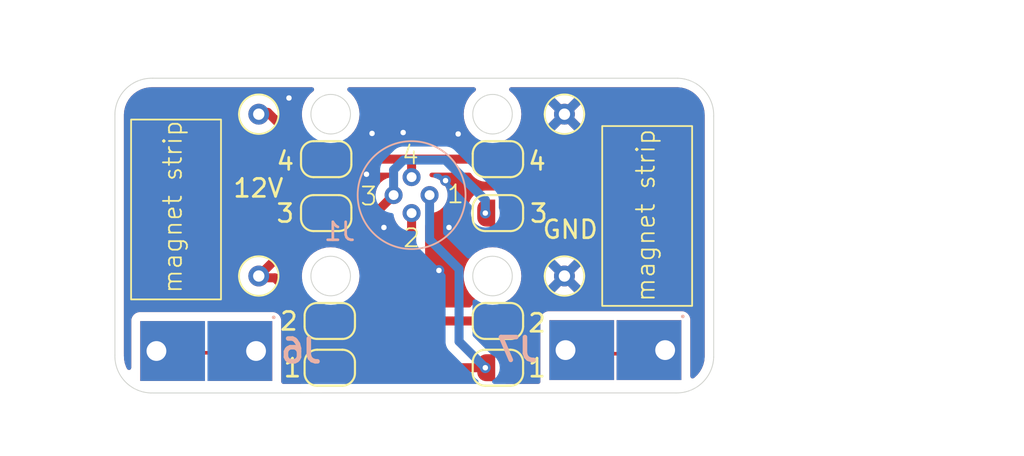
<source format=kicad_pcb>
(kicad_pcb (version 20240108) (generator "pcbnew") (generator_version "8.0")
  (layers (0 "F.Cu" signal) (31 "B.Cu" signal) (34 "B.Paste" user) (35 "F.Paste" user) (36 "B.SilkS" user "B.Silkscreen") (37 "F.SilkS" user "F.Silkscreen") (38 "B.Mask" user) (39 "F.Mask" user) (44 "Edge.Cuts" user))
  (net 0 "")
  (net 1 "Net-(J1-Pin_3)")
  (net 2 "Net-(J1-Pin_4)")
  (net 3 "Net-(J1-Pin_2)")
  (net 4 "Net-(J1-Pin_1)")
  (net 5 "GND")
  (net 6 "+12V")
  (net 7 "unconnected-(J6-Pin_1-Pad1)")
  (net 8 "unconnected-(J7-Pin_1-Pad1)")
  (footprint "Jumper:SolderJumper-2_P1.3mm_Open_RoundedPad1.0x1.5mm" (layer "F.Cu") (at 149.8 98.6)
    (property "Reference" "JP8" (hide yes))
    (property "Value" "SolderJumper_2_Open")
    (fp_line (start -1.4 0.3) (end -1.4 -0.3) (stroke (width 0.12)) (layer "F.SilkS"))
    (fp_line (start -0.7 -1) (end 0.7 -1) (stroke (width 0.12)) (layer "F.SilkS"))
    (fp_line (start 0.7 1) (end -0.7 1) (stroke (width 0.12)) (layer "F.SilkS"))
    (fp_line (start 1.4 -0.3) (end 1.4 0.3) (stroke (width 0.12)) (layer "F.SilkS"))
    (fp_arc (start -1.4 -0.3) (mid -1.194975 -0.794975) (end -0.7 -1) (stroke (width 0.12)) (layer "F.SilkS"))
    (fp_arc (start -0.7 1) (mid -1.194975 0.794975) (end -1.4 0.3) (stroke (width 0.12)) (layer "F.SilkS"))
    (fp_arc (start 0.7 -1) (mid 1.194975 -0.794975) (end 1.4 -0.3) (stroke (width 0.12)) (layer "F.SilkS"))
    (fp_arc (start 1.4 0.3) (mid 1.194975 0.794975) (end 0.7 1) (stroke (width 0.12)) (layer "F.SilkS"))
    (pad "1" smd custom (at -0.65 0) (size 1 0.5) (layers "F.Cu" "F.Mask") (net 4 "Net-(J1-Pin_1)") (options (clearance outline) (anchor rect)) (primitives (gr_circle (center 0 0.25) (end 0.5 0.25) (width 0) (fill yes)) (gr_circle (center 0 -0.25) (end 0.5 -0.25) (width 0) (fill yes)) (gr_poly (pts (xy 0.5 0.75) (xy 0 0.75) (xy 0 -0.75) (xy 0.5 -0.75)) (width 0) (fill yes))))
    (pad "2" smd custom (at 0.65 0) (size 1 0.5) (layers "F.Cu" "F.Mask") (net 5 "GND") (options (clearance outline) (anchor rect)) (primitives (gr_circle (center 0 0.25) (end 0.5 0.25) (width 0) (fill yes)) (gr_circle (center 0 -0.25) (end 0.5 -0.25) (width 0) (fill yes)) (gr_poly (pts (xy 0 0.75) (xy -0.5 0.75) (xy -0.5 -0.75) (xy 0 -0.75)) (width 0) (fill yes))))
  )
  (footprint "laserdiode:0906115207514110" (layer "F.Cu") (at 153.5 93.5)
    (property "Reference" "J3" (hide yes))
    (property "Value" "Conn_01x01" (hide yes))
    (fp_line (start -1.1 0) (end -1.1 0) (stroke (width 0.1)) (layer "F.SilkS"))
    (fp_line (start 1.1 0) (end 1.1 0) (stroke (width 0.1)) (layer "F.SilkS"))
    (fp_arc (start -1.1 0) (mid 0 -1.1) (end 1.1 0) (stroke (width 0.1)) (layer "F.SilkS"))
    (fp_arc (start 1.1 0) (mid 0 1.1) (end -1.1 0) (stroke (width 0.1)) (layer "F.SilkS"))
    (pad "1" thru_hole circle (at 0 0) (size 1.158 1.158) (drill 0.6318) (layers "*.Cu" "*.Mask") (net 5 "GND"))
  )
  (footprint "laserdiode:0906115207514110" (layer "F.Cu") (at 153.5 84.5)
    (property "Reference" "J2" (hide yes))
    (property "Value" "Conn_01x01" (hide yes))
    (fp_line (start -1.1 0) (end -1.1 0) (stroke (width 0.1)) (layer "F.SilkS"))
    (fp_line (start 1.1 0) (end 1.1 0) (stroke (width 0.1)) (layer "F.SilkS"))
    (fp_arc (start -1.1 0) (mid 0 -1.1) (end 1.1 0) (stroke (width 0.1)) (layer "F.SilkS"))
    (fp_arc (start 1.1 0) (mid 0 1.1) (end -1.1 0) (stroke (width 0.1)) (layer "F.SilkS"))
    (pad "1" thru_hole circle (at 0 0) (size 1.158 1.158) (drill 0.6318) (layers "*.Cu" "*.Mask") (net 5 "GND"))
  )
  (footprint "Jumper:SolderJumper-2_P1.3mm_Open_RoundedPad1.0x1.5mm" (layer "F.Cu") (at 140.45 98.6 180)
    (property "Reference" "JP7" (hide yes))
    (property "Value" "SolderJumper_2_Open")
    (fp_line (start 1.4 -0.3) (end 1.4 0.3) (stroke (width 0.12)) (layer "F.SilkS"))
    (fp_line (start 0.7 1) (end -0.7 1) (stroke (width 0.12)) (layer "F.SilkS"))
    (fp_line (start -0.7 -1) (end 0.7 -1) (stroke (width 0.12)) (layer "F.SilkS"))
    (fp_line (start -1.4 0.3) (end -1.4 -0.3) (stroke (width 0.12)) (layer "F.SilkS"))
    (fp_arc (start 1.4 0.3) (mid 1.194975 0.794975) (end 0.7 1) (stroke (width 0.12)) (layer "F.SilkS"))
    (fp_arc (start 0.7 -1) (mid 1.194975 -0.794975) (end 1.4 -0.3) (stroke (width 0.12)) (layer "F.SilkS"))
    (fp_arc (start -0.7 1) (mid -1.194975 0.794975) (end -1.4 0.3) (stroke (width 0.12)) (layer "F.SilkS"))
    (fp_arc (start -1.4 -0.3) (mid -1.194975 -0.794975) (end -0.7 -1) (stroke (width 0.12)) (layer "F.SilkS"))
    (pad "1" smd custom (at -0.65 0 180) (size 1 0.5) (layers "F.Cu" "F.Mask") (net 4 "Net-(J1-Pin_1)") (options (clearance outline) (anchor rect)) (primitives (gr_circle (center 0 0.25) (end 0.5 0.25) (width 0) (fill yes)) (gr_circle (center 0 -0.25) (end 0.5 -0.25) (width 0) (fill yes)) (gr_poly (pts (xy 0.5 0.75) (xy 0 0.75) (xy 0 -0.75) (xy 0.5 -0.75)) (width 0) (fill yes))))
    (pad "2" smd custom (at 0.65 0 180) (size 1 0.5) (layers "F.Cu" "F.Mask") (net 6 "+12V") (options (clearance outline) (anchor rect)) (primitives (gr_circle (center 0 0.25) (end 0.5 0.25) (width 0) (fill yes)) (gr_circle (center 0 -0.25) (end 0.5 -0.25) (width 0) (fill yes)) (gr_poly (pts (xy 0 0.75) (xy -0.5 0.75) (xy -0.5 -0.75) (xy 0 -0.75)) (width 0) (fill yes))))
  )
  (footprint "Jumper:SolderJumper-2_P1.3mm_Open_RoundedPad1.0x1.5mm" (layer "F.Cu") (at 140.25 90 180)
    (property "Reference" "JP3" (hide yes))
    (property "Value" "SolderJumper_2_Open")
    (fp_line (start 1.4 -0.3) (end 1.4 0.3) (stroke (width 0.12)) (layer "F.SilkS"))
    (fp_line (start 0.7 1) (end -0.7 1) (stroke (width 0.12)) (layer "F.SilkS"))
    (fp_line (start -0.7 -1) (end 0.7 -1) (stroke (width 0.12)) (layer "F.SilkS"))
    (fp_line (start -1.4 0.3) (end -1.4 -0.3) (stroke (width 0.12)) (layer "F.SilkS"))
    (fp_arc (start 1.4 0.3) (mid 1.194975 0.794975) (end 0.7 1) (stroke (width 0.12)) (layer "F.SilkS"))
    (fp_arc (start 0.7 -1) (mid 1.194975 -0.794975) (end 1.4 -0.3) (stroke (width 0.12)) (layer "F.SilkS"))
    (fp_arc (start -0.7 1) (mid -1.194975 0.794975) (end -1.4 0.3) (stroke (width 0.12)) (layer "F.SilkS"))
    (fp_arc (start -1.4 -0.3) (mid -1.194975 -0.794975) (end -0.7 -1) (stroke (width 0.12)) (layer "F.SilkS"))
    (pad "1" smd custom (at -0.65 0 180) (size 1 0.5) (layers "F.Cu" "F.Mask") (net 1 "Net-(J1-Pin_3)") (options (clearance outline) (anchor rect)) (primitives (gr_circle (center 0 0.25) (end 0.5 0.25) (width 0) (fill yes)) (gr_circle (center 0 -0.25) (end 0.5 -0.25) (width 0) (fill yes)) (gr_poly (pts (xy 0.5 0.75) (xy 0 0.75) (xy 0 -0.75) (xy 0.5 -0.75)) (width 0) (fill yes))))
    (pad "2" smd custom (at 0.65 0 180) (size 1 0.5) (layers "F.Cu" "F.Mask") (net 6 "+12V") (options (clearance outline) (anchor rect)) (primitives (gr_circle (center 0 0.25) (end 0.5 0.25) (width 0) (fill yes)) (gr_circle (center 0 -0.25) (end 0.5 -0.25) (width 0) (fill yes)) (gr_poly (pts (xy 0 0.75) (xy -0.5 0.75) (xy -0.5 -0.75) (xy 0 -0.75)) (width 0) (fill yes))))
  )
  (footprint "Jumper:SolderJumper-2_P1.3mm_Open_RoundedPad1.0x1.5mm" (layer "F.Cu") (at 149.8 96)
    (property "Reference" "JP6" (hide yes))
    (property "Value" "SolderJumper_2_Open")
    (fp_line (start -1.4 0.3) (end -1.4 -0.3) (stroke (width 0.12)) (layer "F.SilkS"))
    (fp_line (start -0.7 -1) (end 0.7 -1) (stroke (width 0.12)) (layer "F.SilkS"))
    (fp_line (start 0.7 1) (end -0.7 1) (stroke (width 0.12)) (layer "F.SilkS"))
    (fp_line (start 1.4 -0.3) (end 1.4 0.3) (stroke (width 0.12)) (layer "F.SilkS"))
    (fp_arc (start -1.4 -0.3) (mid -1.194975 -0.794975) (end -0.7 -1) (stroke (width 0.12)) (layer "F.SilkS"))
    (fp_arc (start -0.7 1) (mid -1.194975 0.794975) (end -1.4 0.3) (stroke (width 0.12)) (layer "F.SilkS"))
    (fp_arc (start 0.7 -1) (mid 1.194975 -0.794975) (end 1.4 -0.3) (stroke (width 0.12)) (layer "F.SilkS"))
    (fp_arc (start 1.4 0.3) (mid 1.194975 0.794975) (end 0.7 1) (stroke (width 0.12)) (layer "F.SilkS"))
    (pad "1" smd custom (at -0.65 0) (size 1 0.5) (layers "F.Cu" "F.Mask") (net 3 "Net-(J1-Pin_2)") (options (clearance outline) (anchor rect)) (primitives (gr_circle (center 0 0.25) (end 0.5 0.25) (width 0) (fill yes)) (gr_circle (center 0 -0.25) (end 0.5 -0.25) (width 0) (fill yes)) (gr_poly (pts (xy 0.5 0.75) (xy 0 0.75) (xy 0 -0.75) (xy 0.5 -0.75)) (width 0) (fill yes))))
    (pad "2" smd custom (at 0.65 0) (size 1 0.5) (layers "F.Cu" "F.Mask") (net 5 "GND") (options (clearance outline) (anchor rect)) (primitives (gr_circle (center 0 0.25) (end 0.5 0.25) (width 0) (fill yes)) (gr_circle (center 0 -0.25) (end 0.5 -0.25) (width 0) (fill yes)) (gr_poly (pts (xy 0 0.75) (xy -0.5 0.75) (xy -0.5 -0.75) (xy 0 -0.75)) (width 0) (fill yes))))
  )
  (footprint "Jumper:SolderJumper-2_P1.3mm_Open_RoundedPad1.0x1.5mm" (layer "F.Cu") (at 149.8 90)
    (property "Reference" "JP4" (hide yes))
    (property "Value" "SolderJumper_2_Open")
    (fp_line (start -1.4 0.3) (end -1.4 -0.3) (stroke (width 0.12)) (layer "F.SilkS"))
    (fp_line (start -0.7 -1) (end 0.7 -1) (stroke (width 0.12)) (layer "F.SilkS"))
    (fp_line (start 0.7 1) (end -0.7 1) (stroke (width 0.12)) (layer "F.SilkS"))
    (fp_line (start 1.4 -0.3) (end 1.4 0.3) (stroke (width 0.12)) (layer "F.SilkS"))
    (fp_arc (start -1.4 -0.3) (mid -1.194975 -0.794975) (end -0.7 -1) (stroke (width 0.12)) (layer "F.SilkS"))
    (fp_arc (start -0.7 1) (mid -1.194975 0.794975) (end -1.4 0.3) (stroke (width 0.12)) (layer "F.SilkS"))
    (fp_arc (start 0.7 -1) (mid 1.194975 -0.794975) (end 1.4 -0.3) (stroke (width 0.12)) (layer "F.SilkS"))
    (fp_arc (start 1.4 0.3) (mid 1.194975 0.794975) (end 0.7 1) (stroke (width 0.12)) (layer "F.SilkS"))
    (pad "1" smd custom (at -0.65 0) (size 1 0.5) (layers "F.Cu" "F.Mask") (net 1 "Net-(J1-Pin_3)") (options (clearance outline) (anchor rect)) (primitives (gr_circle (center 0 0.25) (end 0.5 0.25) (width 0) (fill yes)) (gr_circle (center 0 -0.25) (end 0.5 -0.25) (width 0) (fill yes)) (gr_poly (pts (xy 0.5 0.75) (xy 0 0.75) (xy 0 -0.75) (xy 0.5 -0.75)) (width 0) (fill yes))))
    (pad "2" smd custom (at 0.65 0) (size 1 0.5) (layers "F.Cu" "F.Mask") (net 5 "GND") (options (clearance outline) (anchor rect)) (primitives (gr_circle (center 0 0.25) (end 0.5 0.25) (width 0) (fill yes)) (gr_circle (center 0 -0.25) (end 0.5 -0.25) (width 0) (fill yes)) (gr_poly (pts (xy 0 0.75) (xy -0.5 0.75) (xy -0.5 -0.75) (xy 0 -0.75)) (width 0) (fill yes))))
  )
  (footprint "Jumper:SolderJumper-2_P1.3mm_Open_RoundedPad1.0x1.5mm" (layer "F.Cu") (at 149.8 87)
    (property "Reference" "JP2" (hide yes))
    (property "Value" "SolderJumper_2_Open")
    (fp_line (start -1.4 0.3) (end -1.4 -0.3) (stroke (width 0.12)) (layer "F.SilkS"))
    (fp_line (start -0.7 -1) (end 0.7 -1) (stroke (width 0.12)) (layer "F.SilkS"))
    (fp_line (start 0.7 1) (end -0.7 1) (stroke (width 0.12)) (layer "F.SilkS"))
    (fp_line (start 1.4 -0.3) (end 1.4 0.3) (stroke (width 0.12)) (layer "F.SilkS"))
    (fp_arc (start -1.4 -0.3) (mid -1.194975 -0.794975) (end -0.7 -1) (stroke (width 0.12)) (layer "F.SilkS"))
    (fp_arc (start -0.7 1) (mid -1.194975 0.794975) (end -1.4 0.3) (stroke (width 0.12)) (layer "F.SilkS"))
    (fp_arc (start 0.7 -1) (mid 1.194975 -0.794975) (end 1.4 -0.3) (stroke (width 0.12)) (layer "F.SilkS"))
    (fp_arc (start 1.4 0.3) (mid 1.194975 0.794975) (end 0.7 1) (stroke (width 0.12)) (layer "F.SilkS"))
    (pad "1" smd custom (at -0.65 0) (size 1 0.5) (layers "F.Cu" "F.Mask") (net 2 "Net-(J1-Pin_4)") (options (clearance outline) (anchor rect)) (primitives (gr_circle (center 0 0.25) (end 0.5 0.25) (width 0) (fill yes)) (gr_circle (center 0 -0.25) (end 0.5 -0.25) (width 0) (fill yes)) (gr_poly (pts (xy 0.5 0.75) (xy 0 0.75) (xy 0 -0.75) (xy 0.5 -0.75)) (width 0) (fill yes))))
    (pad "2" smd custom (at 0.65 0) (size 1 0.5) (layers "F.Cu" "F.Mask") (net 5 "GND") (options (clearance outline) (anchor rect)) (primitives (gr_circle (center 0 0.25) (end 0.5 0.25) (width 0) (fill yes)) (gr_circle (center 0 -0.25) (end 0.5 -0.25) (width 0) (fill yes)) (gr_poly (pts (xy 0 0.75) (xy -0.5 0.75) (xy -0.5 -0.75) (xy 0 -0.75)) (width 0) (fill yes))))
  )
  (footprint "laserdiode:0906115207514110" (layer "F.Cu") (at 136.5 84.5)
    (property "Reference" "J4" (hide yes))
    (property "Value" "Conn_01x01" (hide yes))
    (fp_line (start -1.1 0) (end -1.1 0) (stroke (width 0.1)) (layer "F.SilkS"))
    (fp_line (start 1.1 0) (end 1.1 0) (stroke (width 0.1)) (layer "F.SilkS"))
    (fp_arc (start -1.1 0) (mid 0 -1.1) (end 1.1 0) (stroke (width 0.1)) (layer "F.SilkS"))
    (fp_arc (start 1.1 0) (mid 0 1.1) (end -1.1 0) (stroke (width 0.1)) (layer "F.SilkS"))
    (pad "1" thru_hole circle (at 0 0) (size 1.158 1.158) (drill 0.6318) (layers "*.Cu" "*.Mask") (net 6 "+12V"))
  )
  (footprint "laserdiode:0906115207514110" (layer "F.Cu") (at 136.5 93.5)
    (property "Reference" "J5" (hide yes))
    (property "Value" "Conn_01x01" (hide yes))
    (fp_line (start -1.1 0) (end -1.1 0) (stroke (width 0.1)) (layer "F.SilkS"))
    (fp_line (start 1.1 0) (end 1.1 0) (stroke (width 0.1)) (layer "F.SilkS"))
    (fp_arc (start -1.1 0) (mid 0 -1.1) (end 1.1 0) (stroke (width 0.1)) (layer "F.SilkS"))
    (fp_arc (start 1.1 0) (mid 0 1.1) (end -1.1 0) (stroke (width 0.1)) (layer "F.SilkS"))
    (pad "1" thru_hole circle (at 0 0) (size 1.158 1.158) (drill 0.6318) (layers "*.Cu" "*.Mask") (net 6 "+12V"))
  )
  (footprint "Jumper:SolderJumper-2_P1.3mm_Open_RoundedPad1.0x1.5mm" (layer "F.Cu") (at 140.25 87 180)
    (property "Reference" "JP1" (hide yes))
    (property "Value" "SolderJumper_2_Open")
    (fp_line (start 1.4 -0.3) (end 1.4 0.3) (stroke (width 0.12)) (layer "F.SilkS"))
    (fp_line (start 0.7 1) (end -0.7 1) (stroke (width 0.12)) (layer "F.SilkS"))
    (fp_line (start -0.7 -1) (end 0.7 -1) (stroke (width 0.12)) (layer "F.SilkS"))
    (fp_line (start -1.4 0.3) (end -1.4 -0.3) (stroke (width 0.12)) (layer "F.SilkS"))
    (fp_arc (start 1.4 0.3) (mid 1.194975 0.794975) (end 0.7 1) (stroke (width 0.12)) (layer "F.SilkS"))
    (fp_arc (start 0.7 -1) (mid 1.194975 -0.794975) (end 1.4 -0.3) (stroke (width 0.12)) (layer "F.SilkS"))
    (fp_arc (start -0.7 1) (mid -1.194975 0.794975) (end -1.4 0.3) (stroke (width 0.12)) (layer "F.SilkS"))
    (fp_arc (start -1.4 -0.3) (mid -1.194975 -0.794975) (end -0.7 -1) (stroke (width 0.12)) (layer "F.SilkS"))
    (pad "1" smd custom (at -0.65 0 180) (size 1 0.5) (layers "F.Cu" "F.Mask") (net 2 "Net-(J1-Pin_4)") (options (clearance outline) (anchor rect)) (primitives (gr_circle (center 0 0.25) (end 0.5 0.25) (width 0) (fill yes)) (gr_circle (center 0 -0.25) (end 0.5 -0.25) (width 0) (fill yes)) (gr_poly (pts (xy 0.5 0.75) (xy 0 0.75) (xy 0 -0.75) (xy 0.5 -0.75)) (width 0) (fill yes))))
    (pad "2" smd custom (at 0.65 0 180) (size 1 0.5) (layers "F.Cu" "F.Mask") (net 6 "+12V") (options (clearance outline) (anchor rect)) (primitives (gr_circle (center 0 0.25) (end 0.5 0.25) (width 0) (fill yes)) (gr_circle (center 0 -0.25) (end 0.5 -0.25) (width 0) (fill yes)) (gr_poly (pts (xy 0 0.75) (xy -0.5 0.75) (xy -0.5 -0.75) (xy 0 -0.75)) (width 0) (fill yes))))
  )
  (footprint "Jumper:SolderJumper-2_P1.3mm_Open_RoundedPad1.0x1.5mm" (layer "F.Cu") (at 140.45 96 180)
    (property "Reference" "JP5" (hide yes))
    (property "Value" "SolderJumper_2_Open")
    (fp_line (start 1.4 -0.3) (end 1.4 0.3) (stroke (width 0.12)) (layer "F.SilkS"))
    (fp_line (start 0.7 1) (end -0.7 1) (stroke (width 0.12)) (layer "F.SilkS"))
    (fp_line (start -0.7 -1) (end 0.7 -1) (stroke (width 0.12)) (layer "F.SilkS"))
    (fp_line (start -1.4 0.3) (end -1.4 -0.3) (stroke (width 0.12)) (layer "F.SilkS"))
    (fp_arc (start 1.4 0.3) (mid 1.194975 0.794975) (end 0.7 1) (stroke (width 0.12)) (layer "F.SilkS"))
    (fp_arc (start 0.7 -1) (mid 1.194975 -0.794975) (end 1.4 -0.3) (stroke (width 0.12)) (layer "F.SilkS"))
    (fp_arc (start -0.7 1) (mid -1.194975 0.794975) (end -1.4 0.3) (stroke (width 0.12)) (layer "F.SilkS"))
    (fp_arc (start -1.4 -0.3) (mid -1.194975 -0.794975) (end -0.7 -1) (stroke (width 0.12)) (layer "F.SilkS"))
    (pad "1" smd custom (at -0.65 0 180) (size 1 0.5) (layers "F.Cu" "F.Mask") (net 3 "Net-(J1-Pin_2)") (options (clearance outline) (anchor rect)) (primitives (gr_circle (center 0 0.25) (end 0.5 0.25) (width 0) (fill yes)) (gr_circle (center 0 -0.25) (end 0.5 -0.25) (width 0) (fill yes)) (gr_poly (pts (xy 0.5 0.75) (xy 0 0.75) (xy 0 -0.75) (xy 0.5 -0.75)) (width 0) (fill yes))))
    (pad "2" smd custom (at 0.65 0 180) (size 1 0.5) (layers "F.Cu" "F.Mask") (net 6 "+12V") (options (clearance outline) (anchor rect)) (primitives (gr_circle (center 0 0.25) (end 0.5 0.25) (width 0) (fill yes)) (gr_circle (center 0 -0.25) (end 0.5 -0.25) (width 0) (fill yes)) (gr_poly (pts (xy 0 0.75) (xy -0.5 0.75) (xy -0.5 -0.75) (xy 0 -0.75)) (width 0) (fill yes))))
  )
  (footprint "laserdiode:TO-18-4" (layer "B.Cu") (at 145 89 180)
    (property "Reference" "J1" (at 4 -2.03 0) (layer "B.SilkS") (effects (justify mirror)))
    (property "Value" "Conn_01x04")
    (fp_circle (center 0 0) (end 3 0) (stroke (width 0.1)) (fill none) (layer "B.SilkS"))
    (fp_text user "2" (at 0.54 -2.97 0) (layer "F.SilkS") (effects (font (thickness 0.1)) (justify left bottom)))
    (fp_text user "1" (at -1.9 -0.53 0) (layer "F.SilkS") (effects (font (thickness 0.1)) (justify left bottom)))
    (fp_text user "3" (at 2.92 -0.65 0) (layer "F.SilkS") (effects (font (thickness 0.1)) (justify left bottom)))
    (fp_text user "4" (at 0.61 1.64 0) (layer "F.SilkS") (effects (font (thickness 0.1)) (justify left bottom)))
    (pad "1" thru_hole circle (at -1 0 180) (size 1 1) (drill 0.55) (layers "*.Cu" "*.Mask") (net 4 "Net-(J1-Pin_1)"))
    (pad "2" thru_hole circle (at 0 -1 180) (size 1 1) (drill 0.55) (layers "*.Cu" "*.Mask") (net 3 "Net-(J1-Pin_2)"))
    (pad "3" thru_hole circle (at 1 0 180) (size 1 1) (drill 0.55) (layers "*.Cu" "*.Mask") (net 1 "Net-(J1-Pin_3)"))
    (pad "4" thru_hole circle (at 0 1 180) (size 1 1) (drill 0.55) (layers "*.Cu" "*.Mask") (net 2 "Net-(J1-Pin_4)"))
  )
  (footprint "laserdiode:23765912" (layer "B.Cu") (at 136.35 97.67 180)
    (property "Reference" "J6" (at -2.51 0 0) (layer "B.SilkS") (effects (font (size 1.27 1.27) (thickness 0.254)) (justify mirror)))
    (property "Value" "Conn_01x01" (hide yes))
    (fp_line (start -0.93 1.87) (end -0.93 1.87) (stroke (width 0.1)) (layer "B.SilkS"))
    (fp_line (start -1.03 1.87) (end -1.03 1.87) (stroke (width 0.1)) (layer "B.SilkS"))
    (fp_arc (start -0.93 1.87) (mid -0.98 1.92) (end -1.03 1.87) (stroke (width 0.1)) (layer "B.SilkS"))
    (fp_arc (start -1.03 1.87) (mid -0.98 1.82) (end -0.93 1.87) (stroke (width 0.1)) (layer "B.SilkS"))
    (pad "1" thru_hole rect (at 0 0 180) (size 3.6 3.33) (drill 1.1 (offset 0.9 0)) (layers "*.Cu" "*.Mask") (net 7 "unconnected-(J6-Pin_1-Pad1)"))
    (pad "1" thru_hole rect (at 5.54 0 180) (size 3.6 3.33) (drill 1.1 (offset -0.9 0)) (layers "*.Cu" "*.Mask") (net 7 "unconnected-(J6-Pin_1-Pad1)"))
  )
  (footprint "laserdiode:23765912" (layer "B.Cu") (at 159.1 97.62 180)
    (property "Reference" "J7" (at 8.22 0.03 0) (layer "B.SilkS") (effects (font (size 1.27 1.27) (thickness 0.254)) (justify mirror)))
    (property "Value" "Conn_01x01" (hide yes))
    (fp_line (start -0.93 1.87) (end -0.93 1.87) (stroke (width 0.1)) (layer "B.SilkS"))
    (fp_line (start -1.03 1.87) (end -1.03 1.87) (stroke (width 0.1)) (layer "B.SilkS"))
    (fp_arc (start -0.93 1.87) (mid -0.98 1.92) (end -1.03 1.87) (stroke (width 0.1)) (layer "B.SilkS"))
    (fp_arc (start -1.03 1.87) (mid -0.98 1.82) (end -0.93 1.87) (stroke (width 0.1)) (layer "B.SilkS"))
    (pad "1" thru_hole rect (at 0 0 180) (size 3.6 3.33) (drill 1.1 (offset 0.9 0)) (layers "*.Cu" "*.Mask") (net 8 "unconnected-(J7-Pin_1-Pad1)"))
    (pad "1" thru_hole rect (at 5.54 0 180) (size 3.6 3.33) (drill 1.1 (offset -0.9 0)) (layers "*.Cu" "*.Mask") (net 8 "unconnected-(J7-Pin_1-Pad1)"))
  )
  (gr_rect (start 129.4 84.8) (end 134.4 94.8) (stroke (width 0.1)) (fill none) (layer "F.SilkS"))
  (gr_rect (start 155.6 85.16) (end 160.6 95.16) (stroke (width 0.1)) (fill none) (layer "F.SilkS"))
  (gr_circle (center 149.5 93.5) (end 150.6 93.5) (stroke (width 0.05)) (fill none) (layer "Edge.Cuts"))
  (gr_arc (start 128.5 84.5) (mid 129.137022 83.064545) (end 130.602498 82.5) (stroke (width 0.05)) (layer "Edge.Cuts"))
  (gr_circle (center 149.5 84.5) (end 150.6 84.5) (stroke (width 0.05)) (fill none) (layer "Edge.Cuts"))
  (gr_line (start 161.8 84.602498) (end 161.8 98.01) (stroke (width 0.05)) (layer "Edge.Cuts"))
  (gr_circle (center 140.5 93.5) (end 141.6 93.5) (stroke (width 0.05)) (fill none) (layer "Edge.Cuts"))
  (gr_line (start 128.5 84.5) (end 128.5 97.9) (stroke (width 0.05)) (layer "Edge.Cuts"))
  (gr_arc (start 159.8 82.5) (mid 161.235455 83.137022) (end 161.8 84.602498) (stroke (width 0.05)) (layer "Edge.Cuts"))
  (gr_arc (start 161.8 98.01) (mid 161.159541 99.439094) (end 159.697495 100.000274) (stroke (width 0.05)) (layer "Edge.Cuts"))
  (gr_line (start 130.602498 82.5) (end 159.8 82.5) (stroke (width 0.05)) (layer "Edge.Cuts"))
  (gr_line (start 130.5 100.002498) (end 159.697495 100.000274) (stroke (width 0.05)) (layer "Edge.Cuts"))
  (gr_arc (start 130.5 100.002498) (mid 129.064545 99.365476) (end 128.5 97.9) (stroke (width 0.05)) (layer "Edge.Cuts"))
  (gr_circle (center 140.5 84.5) (end 141.6 84.5) (stroke (width 0.05)) (fill none) (layer "Edge.Cuts"))
  (gr_text "1" (at 137.8 99.2 0) (layer "F.SilkS") (effects (font (size 1 1)) (justify left bottom)))
  (gr_text "2" (at 151.4 96.7 0) (layer "F.SilkS") (effects (font (size 1 1)) (justify left bottom)))
  (gr_text "1" (at 151.4 99.2 0) (layer "F.SilkS") (effects (font (size 1 1)) (justify left bottom)))
  (gr_text "3" (at 137.4 90.6 0) (layer "F.SilkS") (effects (font (size 1 1)) (justify left bottom)))
  (gr_text "3" (at 151.5 90.6 0) (layer "F.SilkS") (effects (font (size 1 1)) (justify left bottom)))
  (gr_text "GND" (at 152.2 91.5 0) (layer "F.SilkS") (effects (font (size 1 1)) (justify left bottom)))
  (gr_text "4" (at 151.4 87.7 0) (layer "F.SilkS") (effects (font (size 1 1)) (justify left bottom)))
  (gr_text "4" (at 137.4 87.7 0) (layer "F.SilkS") (effects (font (size 1 1)) (justify left bottom)))
  (gr_text "12V" (at 135 89.2 0) (layer "F.SilkS") (effects (font (size 1 1)) (justify left bottom)))
  (gr_text "magnet strip" (at 132.3 94.531172 90) (layer "F.SilkS") (effects (font (size 1 1) (thickness 0.1)) (justify left bottom)))
  (gr_text "2" (at 137.6 96.6 0) (layer "F.SilkS") (effects (font (size 1 1)) (justify left bottom)))
  (gr_text "magnet strip" (at 158.6 95 90) (layer "F.SilkS") (effects (font (size 1 1) (thickness 0.1)) (justify left bottom)))
  (segment (start 140.9 90) (end 143 90) (width 0.5) (layer "F.Cu") (net 1))
  (segment (start 143 90) (end 144 89) (width 0.5) (layer "F.Cu") (net 1))
  (via (at 149.1 90) (size 0.6) (drill 0.3) (layers "F.Cu" "B.Cu") (net 1))
  (segment (start 144 87.6) (end 144 89) (width 0.5) (layer "B.Cu") (net 1))
  (segment (start 149.1 89.274967) (end 146.875033 87.05) (width 0.5) (layer "B.Cu") (net 1))
  (segment (start 144.55 87.05) (end 144 87.6) (width 0.5) (layer "B.Cu") (net 1))
  (segment (start 146.875033 87.05) (end 144.55 87.05) (width 0.5) (layer "B.Cu") (net 1))
  (segment (start 149.1 90) (end 149.1 89.274967) (width 0.5) (layer "B.Cu") (net 1))
  (segment (start 145 87) (end 149.15 87) (width 0.5) (layer "F.Cu") (net 2))
  (segment (start 145 88) (end 145 87) (width 0.5) (layer "F.Cu") (net 2))
  (segment (start 140.9 87) (end 145 87) (width 0.5) (layer "F.Cu") (net 2))
  (segment (start 141.1 96) (end 145.1 96) (width 0.5) (layer "F.Cu") (net 3))
  (segment (start 145 95.9) (end 145.1 96) (width 0.5) (layer "F.Cu") (net 3))
  (segment (start 145.1 96) (end 149.15 96) (width 0.5) (layer "F.Cu") (net 3))
  (segment (start 145 90) (end 145 95.9) (width 0.5) (layer "F.Cu") (net 3))
  (segment (start 141.1 98.6) (end 149.15 98.6) (width 0.5) (layer "F.Cu") (net 4))
  (via (at 149.1 98.6) (size 0.6) (drill 0.3) (layers "F.Cu" "B.Cu") (net 4))
  (segment (start 147.639064 97.139064) (end 149.1 98.6) (width 0.5) (layer "B.Cu") (net 4))
  (segment (start 146 89) (end 146 91.475122) (width 0.5) (layer "B.Cu") (net 4))
  (segment (start 146 91.475122) (end 147.639064 93.114186) (width 0.5) (layer "B.Cu") (net 4))
  (segment (start 147.639064 93.114186) (end 147.639064 97.139064) (width 0.5) (layer "B.Cu") (net 4))
  (via (at 147.59 85.6) (size 0.6) (drill 0.3) (layers "F.Cu" "B.Cu") (net 5))
  (via (at 142.49 87.84) (size 0.6) (drill 0.3) (layers "F.Cu" "B.Cu") (net 5))
  (via (at 147.08 90.8) (size 0.6) (drill 0.3) (layers "F.Cu" "B.Cu") (net 5))
  (via (at 144.531214 85.52129) (size 0.6) (drill 0.3) (layers "F.Cu" "B.Cu") (net 5))
  (via (at 146.886831 88.193169) (size 0.6) (drill 0.3) (layers "F.Cu" "B.Cu") (net 5))
  (via (at 143.46 90.8) (size 0.6) (drill 0.3) (layers "F.Cu" "B.Cu") (net 5))
  (via (at 146.52 93.19) (size 0.6) (drill 0.3) (layers "F.Cu" "B.Cu") (net 5))
  (via (at 138.18 83.6) (size 0.6) (drill 0.3) (layers "F.Cu" "B.Cu") (net 5))
  (via (at 142.8 85.57) (size 0.6) (drill 0.3) (layers "F.Cu" "B.Cu") (net 5))
  (segment (start 139.6 90.4) (end 136.4 93.6) (width 0.5) (layer "F.Cu") (net 6))
  (segment (start 139.6 87) (end 139.6 90) (width 0.5) (layer "F.Cu") (net 6))
  (segment (start 139.8 98.6) (end 139.8 96) (width 0.5) (layer "F.Cu") (net 6))
  (segment (start 137.4 93.6) (end 139.8 96) (width 0.5) (layer "F.Cu") (net 6))
  (segment (start 137 84.4) (end 139.6 87) (width 0.5) (layer "F.Cu") (net 6))
  (segment (start 136.4 93.6) (end 137.4 93.6) (width 0.5) (layer "F.Cu") (net 6))
  (segment (start 139.6 90) (end 139.6 90.4) (width 0.5) (layer "F.Cu") (net 6))
  (segment (start 136.6 84.4) (end 137 84.4) (width 0.5) (layer "F.Cu") (net 6))
  (segment (start 130.51 97.77) (end 136.05 97.77) (width 0.2) (layer "F.Cu") (net 7))
  (segment (start 136.1 97.73) (end 136.52 98.15) (width 0.5) (layer "F.Cu") (net 7))
  (segment (start 153.56 97.82) (end 159.1 97.82) (width 0.2) (layer "F.Cu") (net 8))
  (zone (net 5) (net_name "GND") (layers "F&B.Cu") (connect_pads (clearance 0.5)) (min_thickness 0.25) (fill yes (thermal_gap 0.5) (thermal_bridge_width 0.5))
    (polygon (pts (xy 128.35 78.71) (xy 161.99 78.15) (xy 162.61 101.56) (xy 128.23 101.36)))
  )
)
</source>
